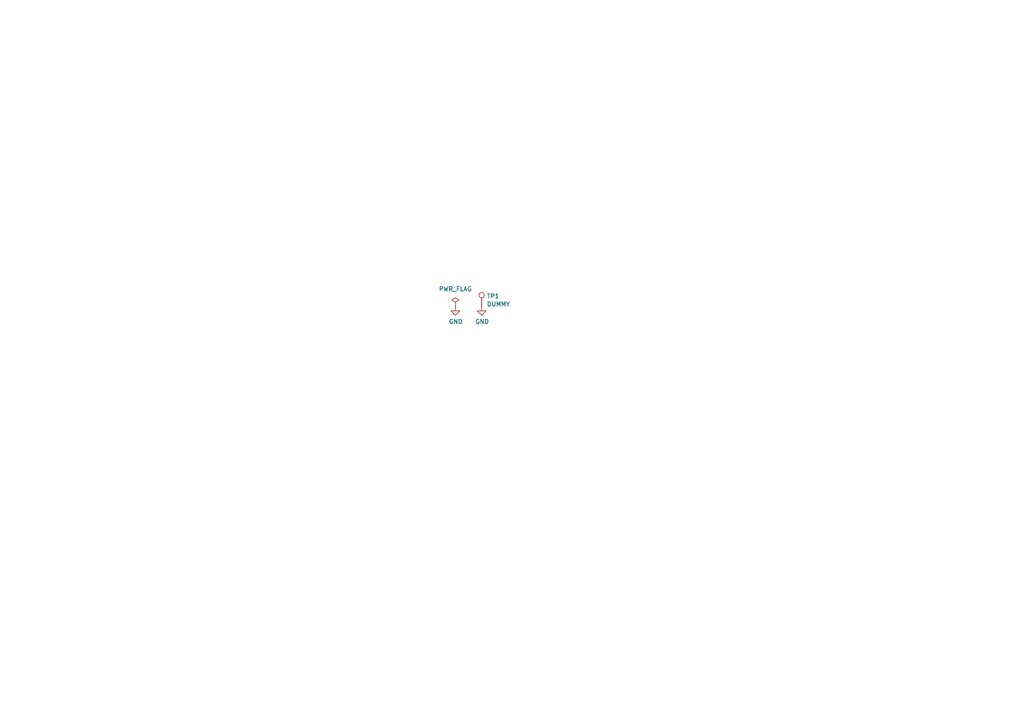
<source format=kicad_sch>
(kicad_sch (version 20211123) (generator eeschema)
  (paper "A4")
  (title_block (title "It is the Champion Rear Panel") (date "2021-12-30") (rev "0") (comment 1 "creativecommons.org/licenses/by/4.0/") (comment 2 "License: CC by 4.0") (comment 3 "Author: Jordan Aceto"))
  (lib_symbols
    (symbol "Connector:TestPoint" (pin_numbers hide) (pin_names (offset 0.762) hide)
      (property "Reference" "TP" (at 0 6.858 0))
      (property "Value" "TestPoint" (at 0 5.08 0))
      (symbol "TestPoint_0_1"
        (circle (center 0 3.302) (radius 0.762))
      )
      (symbol "TestPoint_1_1"
        (pin passive line (at 0 0 90) (length 2.54) (name "1") (number "1"))
      )
    )
    (symbol "power:GND" (power) (pin_names (offset 0))
      (property "Value" "GND" (at 0 -3.81 0))
      (symbol "GND_0_1"
        (polyline (pts (xy 0 0) (xy 0 -1.27) (xy 1.27 -1.27) (xy 0 -2.54) (xy -1.27 -1.27) (xy 0 -1.27)))
      )
      (symbol "GND_1_1"
        (pin power_in line (at 0 0 270) (length 0) hide (name "GND") (number "1"))
      )
    )
    (symbol "power:PWR_FLAG" (power) (pin_numbers hide) (pin_names (offset 0) hide)
      (property "Value" "PWR_FLAG" (at 0 3.81 0))
      (symbol "PWR_FLAG_0_0"
        (pin power_out line (at 0 0 90) (length 0) (name "pwr") (number "1"))
      )
      (symbol "PWR_FLAG_0_1"
        (polyline (pts (xy 0 0) (xy 0 1.27) (xy -1.016 1.905) (xy 0 2.54) (xy 1.016 1.905) (xy 0 1.27)))
      )
    )
  )
  (symbol (lib_id "Connector:TestPoint") (at 139.7 88.9 0) (unit 1)
    (property "Reference" "TP1" (at 141.1732 85.9028 0) (effects (justify left)))
    (property "Value" "DUMMY" (at 141.1732 88.2142 0) (effects (justify left)))
    (property "Footprint" "TestPoint:TestPoint_Keystone_5000-5004_Miniature" (effects hide))
  )
  (symbol (lib_id "power:GND") (at 139.7 88.9 0) (unit 1)
    (property "Reference" "#PWR0101" (effects hide))
    (property "Value" "GND" (at 139.827 93.2942 0))
  )
  (symbol (lib_id "power:PWR_FLAG") (at 132.08 88.9 0) (unit 1)
    (property "Reference" "#FLG?" (effects hide))
    (property "Value" "PWR_FLAG" (at 132.08 83.82 0))
  )
  (symbol (lib_id "power:GND") (at 132.08 88.9 0) (unit 1)
    (property "Reference" "#PWR?" (effects hide))
    (property "Value" "GND" (at 132.207 93.2942 0))
  )
)
</source>
